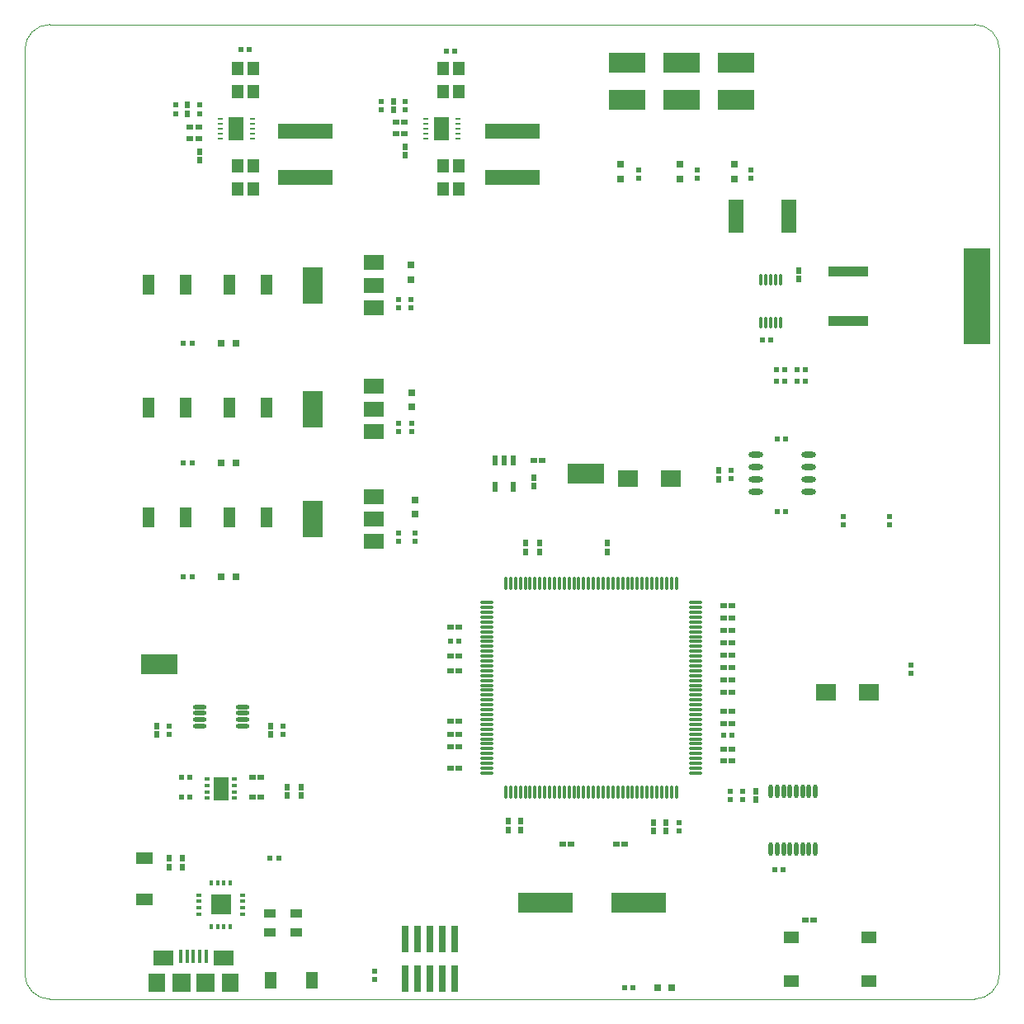
<source format=gtp>
G04 Layer_Color=8421504*
%FSLAX25Y25*%
%MOIN*%
G70*
G01*
G75*
%ADD11R,0.02165X0.02362*%
%ADD12O,0.05709X0.01181*%
%ADD13O,0.01181X0.05709*%
%ADD14R,0.03150X0.03150*%
%ADD15R,0.02362X0.02165*%
%ADD16R,0.02441X0.02598*%
%ADD17R,0.03150X0.03150*%
%ADD18R,0.02598X0.02441*%
%ADD19R,0.01968X0.01181*%
%ADD20R,0.01181X0.01968*%
%ADD21R,0.08268X0.08268*%
%ADD22R,0.05118X0.03543*%
%ADD23R,0.03000X0.11000*%
%ADD24R,0.05000X0.07165*%
%ADD25O,0.01772X0.05512*%
%ADD26R,0.04724X0.05315*%
%ADD27R,0.07874X0.14961*%
%ADD28R,0.07874X0.05905*%
%ADD29R,0.22441X0.06299*%
%ADD30R,0.02165X0.00984*%
%ADD31R,0.06299X0.09449*%
%ADD32R,0.02362X0.01181*%
%ADD33R,0.05866X0.09449*%
%ADD34R,0.14567X0.07874*%
%ADD35R,0.05000X0.08465*%
%ADD36R,0.08268X0.07087*%
%ADD37R,0.07165X0.05000*%
%ADD38R,0.06102X0.05118*%
%ADD39O,0.05512X0.01968*%
%ADD40O,0.01181X0.05315*%
%ADD41R,0.06299X0.13780*%
%ADD42R,0.10630X0.38583*%
%ADD43R,0.16339X0.04134*%
%ADD44R,0.02362X0.03937*%
%ADD45O,0.05905X0.02362*%
%ADD46R,0.22047X0.08268*%
%ADD47R,0.01575X0.05335*%
%ADD48R,0.01575X0.05315*%
%ADD49R,0.07087X0.07480*%
%ADD50R,0.07480X0.07480*%
%ADD51R,0.08268X0.06299*%
%ADD59C,0.00394*%
D11*
X477854Y823622D02*
D03*
Y826968D02*
D03*
X454232Y823622D02*
D03*
Y826968D02*
D03*
X362598Y721555D02*
D03*
Y724902D02*
D03*
X363779Y677067D02*
D03*
Y680413D02*
D03*
X362205Y771555D02*
D03*
Y774902D02*
D03*
X264567Y599114D02*
D03*
Y602461D02*
D03*
X347638Y500000D02*
D03*
Y503346D02*
D03*
X491142Y575984D02*
D03*
Y572638D02*
D03*
X496358Y575984D02*
D03*
Y572638D02*
D03*
X470472Y563484D02*
D03*
Y560138D02*
D03*
X267323Y853248D02*
D03*
Y849902D02*
D03*
X276772D02*
D03*
Y853248D02*
D03*
X350394Y854823D02*
D03*
Y851476D02*
D03*
X359842D02*
D03*
Y854823D02*
D03*
X564173Y623819D02*
D03*
Y627165D02*
D03*
X499508Y823622D02*
D03*
Y826968D02*
D03*
X357087Y680413D02*
D03*
Y677067D02*
D03*
Y724902D02*
D03*
Y721555D02*
D03*
Y774902D02*
D03*
Y771555D02*
D03*
X310630Y602461D02*
D03*
Y599114D02*
D03*
X491732Y702264D02*
D03*
Y705610D02*
D03*
X537008Y683760D02*
D03*
Y687106D02*
D03*
X555512Y683760D02*
D03*
Y687106D02*
D03*
D12*
X392776Y583445D02*
D03*
Y585413D02*
D03*
Y587382D02*
D03*
Y589350D02*
D03*
Y591319D02*
D03*
Y593287D02*
D03*
Y595256D02*
D03*
Y597224D02*
D03*
Y599193D02*
D03*
Y601161D02*
D03*
Y603130D02*
D03*
Y605098D02*
D03*
Y607067D02*
D03*
Y609035D02*
D03*
Y611004D02*
D03*
Y612972D02*
D03*
Y614941D02*
D03*
Y616909D02*
D03*
Y618878D02*
D03*
Y620847D02*
D03*
Y622815D02*
D03*
Y624783D02*
D03*
Y626752D02*
D03*
Y628721D02*
D03*
Y630689D02*
D03*
Y632657D02*
D03*
Y634626D02*
D03*
Y636594D02*
D03*
Y638563D02*
D03*
Y640531D02*
D03*
Y642500D02*
D03*
Y644468D02*
D03*
Y646437D02*
D03*
Y648406D02*
D03*
Y650374D02*
D03*
Y652343D02*
D03*
X477224D02*
D03*
Y650374D02*
D03*
Y648406D02*
D03*
Y646437D02*
D03*
Y644468D02*
D03*
Y642500D02*
D03*
Y640531D02*
D03*
Y638563D02*
D03*
Y636594D02*
D03*
Y634626D02*
D03*
Y632657D02*
D03*
Y630689D02*
D03*
Y628721D02*
D03*
Y626752D02*
D03*
Y624783D02*
D03*
Y622815D02*
D03*
Y620847D02*
D03*
Y618878D02*
D03*
Y616909D02*
D03*
Y614941D02*
D03*
Y612972D02*
D03*
Y611004D02*
D03*
Y609035D02*
D03*
Y607067D02*
D03*
Y605098D02*
D03*
Y603130D02*
D03*
Y601161D02*
D03*
Y599193D02*
D03*
Y597224D02*
D03*
Y595256D02*
D03*
Y593287D02*
D03*
Y591319D02*
D03*
Y589350D02*
D03*
Y587382D02*
D03*
Y585413D02*
D03*
Y583445D02*
D03*
D13*
X400551Y660118D02*
D03*
X402520D02*
D03*
X404488D02*
D03*
X406457D02*
D03*
X408425D02*
D03*
X410394D02*
D03*
X412362D02*
D03*
X414331D02*
D03*
X416299D02*
D03*
X418268D02*
D03*
X420236D02*
D03*
X422205D02*
D03*
X424173D02*
D03*
X426142D02*
D03*
X428110D02*
D03*
X430079D02*
D03*
X432047D02*
D03*
X434016D02*
D03*
X435984D02*
D03*
X437953D02*
D03*
X439921D02*
D03*
X441890D02*
D03*
X443858D02*
D03*
X445827D02*
D03*
X447795D02*
D03*
X449764D02*
D03*
X451732D02*
D03*
X453701D02*
D03*
X455669D02*
D03*
X457638D02*
D03*
X459606D02*
D03*
X461575D02*
D03*
X463543D02*
D03*
X465512D02*
D03*
X467480D02*
D03*
X469449D02*
D03*
Y575669D02*
D03*
X467480D02*
D03*
X465512D02*
D03*
X463543D02*
D03*
X461575D02*
D03*
X459606D02*
D03*
X457638D02*
D03*
X455669D02*
D03*
X453701D02*
D03*
X451732D02*
D03*
X449764D02*
D03*
X447795D02*
D03*
X445827D02*
D03*
X443858D02*
D03*
X441890D02*
D03*
X439921D02*
D03*
X437953D02*
D03*
X435984D02*
D03*
X434016D02*
D03*
X432047D02*
D03*
X430079D02*
D03*
X428110D02*
D03*
X426142D02*
D03*
X424173D02*
D03*
X422205D02*
D03*
X420236D02*
D03*
X418268D02*
D03*
X416299D02*
D03*
X414331D02*
D03*
X412362D02*
D03*
X410394D02*
D03*
X408425D02*
D03*
X406457D02*
D03*
X404488D02*
D03*
X402520D02*
D03*
X400551D02*
D03*
D14*
X492815Y829429D02*
D03*
Y823524D02*
D03*
X470768Y829429D02*
D03*
Y823524D02*
D03*
X446752Y829429D02*
D03*
Y823524D02*
D03*
X363779Y693898D02*
D03*
Y687992D02*
D03*
X362205Y788779D02*
D03*
Y782874D02*
D03*
X362598Y737205D02*
D03*
Y731299D02*
D03*
D15*
X448524Y496654D02*
D03*
X451870D02*
D03*
X510039Y741831D02*
D03*
X513386D02*
D03*
X521555D02*
D03*
X518209D02*
D03*
X510138Y718504D02*
D03*
X513484D02*
D03*
X488484Y598819D02*
D03*
X491831D02*
D03*
X381594Y636614D02*
D03*
X378248D02*
D03*
X269587Y581890D02*
D03*
X272933D02*
D03*
X308760Y548976D02*
D03*
X305413D02*
D03*
X509350Y544488D02*
D03*
X512697D02*
D03*
X296949Y875591D02*
D03*
X293602D02*
D03*
X380020Y875197D02*
D03*
X376673D02*
D03*
X269587Y573622D02*
D03*
X272933D02*
D03*
X273760Y662835D02*
D03*
X270413D02*
D03*
X273760Y708898D02*
D03*
X270413D02*
D03*
X273760Y756929D02*
D03*
X270413D02*
D03*
X513386Y746457D02*
D03*
X510039D02*
D03*
X518209D02*
D03*
X521555D02*
D03*
X507480Y758268D02*
D03*
X504134D02*
D03*
X510138Y688976D02*
D03*
X513484D02*
D03*
D16*
X401575Y563937D02*
D03*
Y560472D02*
D03*
X465354Y560079D02*
D03*
Y563543D02*
D03*
X501575Y576142D02*
D03*
Y572677D02*
D03*
X276772Y834410D02*
D03*
Y830945D02*
D03*
X272047Y853307D02*
D03*
Y849842D02*
D03*
X359842Y836378D02*
D03*
Y832913D02*
D03*
X355118Y854882D02*
D03*
Y851417D02*
D03*
X312402Y574350D02*
D03*
Y577815D02*
D03*
X317913D02*
D03*
Y574350D02*
D03*
X518898Y786378D02*
D03*
Y782913D02*
D03*
X406496Y560472D02*
D03*
Y563937D02*
D03*
X441732Y676260D02*
D03*
Y672795D02*
D03*
X414331Y676260D02*
D03*
Y672795D02*
D03*
X411909Y702716D02*
D03*
Y699252D02*
D03*
X264567Y545512D02*
D03*
Y548976D02*
D03*
X460236Y560079D02*
D03*
Y563543D02*
D03*
X408425Y676260D02*
D03*
Y672795D02*
D03*
X270079Y548976D02*
D03*
Y545512D02*
D03*
X305512Y599055D02*
D03*
Y602520D02*
D03*
X486614Y705669D02*
D03*
Y702205D02*
D03*
X259449Y599055D02*
D03*
Y602520D02*
D03*
D17*
X461811Y496752D02*
D03*
X467717D02*
D03*
X291575Y662835D02*
D03*
X285669D02*
D03*
X291575Y708898D02*
D03*
X285669D02*
D03*
X291575Y756929D02*
D03*
X285669D02*
D03*
D18*
X415413Y709842D02*
D03*
X411949D02*
D03*
X491988Y593012D02*
D03*
X488524D02*
D03*
X491890Y603543D02*
D03*
X488425D02*
D03*
X276535Y844488D02*
D03*
X273071D02*
D03*
X276535Y839764D02*
D03*
X273071D02*
D03*
X359606Y846457D02*
D03*
X356142D02*
D03*
X359606Y841732D02*
D03*
X356142D02*
D03*
X491890Y636089D02*
D03*
X488425D02*
D03*
X378189Y585433D02*
D03*
X381653D02*
D03*
X378189Y594095D02*
D03*
X381653D02*
D03*
X378189Y642520D02*
D03*
X381653D02*
D03*
X378189Y624803D02*
D03*
X381653D02*
D03*
X491890Y616142D02*
D03*
X488425D02*
D03*
X491890Y608268D02*
D03*
X488425D02*
D03*
X378189Y599213D02*
D03*
X381653D02*
D03*
X491890Y588386D02*
D03*
X488425D02*
D03*
X378189Y604331D02*
D03*
X381653D02*
D03*
X378189Y630709D02*
D03*
X381653D02*
D03*
X491890Y651181D02*
D03*
X488425D02*
D03*
X521496Y524016D02*
D03*
X524961D02*
D03*
X298268Y581890D02*
D03*
X301732D02*
D03*
X301732Y573622D02*
D03*
X298268D02*
D03*
X491890Y621129D02*
D03*
X488425D02*
D03*
X491890Y641076D02*
D03*
X488425D02*
D03*
X491890Y626116D02*
D03*
X488425D02*
D03*
X491890Y646063D02*
D03*
X488425D02*
D03*
X423465Y554724D02*
D03*
X426929D02*
D03*
X448583D02*
D03*
X445118D02*
D03*
X491890Y631102D02*
D03*
X488425D02*
D03*
D19*
X276575Y534154D02*
D03*
Y531595D02*
D03*
Y529035D02*
D03*
Y526476D02*
D03*
X294291D02*
D03*
Y529035D02*
D03*
Y531595D02*
D03*
Y534154D02*
D03*
D20*
X281594Y521457D02*
D03*
X284154D02*
D03*
X286713D02*
D03*
X289272D02*
D03*
Y539173D02*
D03*
X286713D02*
D03*
X284154D02*
D03*
X281594D02*
D03*
D21*
X285433Y530315D02*
D03*
D22*
X315748Y519095D02*
D03*
Y526575D02*
D03*
X305118Y519095D02*
D03*
Y526575D02*
D03*
D23*
X379961Y500394D02*
D03*
X374961D02*
D03*
X369961D02*
D03*
X364961D02*
D03*
X359961D02*
D03*
Y516378D02*
D03*
X364961D02*
D03*
X369961D02*
D03*
X374961D02*
D03*
X379961D02*
D03*
D24*
X322126Y499705D02*
D03*
X305433D02*
D03*
D25*
X507677Y552756D02*
D03*
X510236D02*
D03*
X512795D02*
D03*
X515354D02*
D03*
X517913D02*
D03*
X520472D02*
D03*
X523032D02*
D03*
X525591D02*
D03*
X507677Y575984D02*
D03*
X510236D02*
D03*
X512795D02*
D03*
X515354D02*
D03*
X517913D02*
D03*
X520472D02*
D03*
X523032D02*
D03*
X525591D02*
D03*
D26*
X375197Y868110D02*
D03*
X381496D02*
D03*
X292126Y868110D02*
D03*
X298425D02*
D03*
X292126Y858661D02*
D03*
X298425D02*
D03*
X292126Y828740D02*
D03*
X298425D02*
D03*
X292126Y819291D02*
D03*
X298425D02*
D03*
X375197Y858661D02*
D03*
X381496D02*
D03*
X375197Y828740D02*
D03*
X381496D02*
D03*
X375197Y819291D02*
D03*
X381496D02*
D03*
D27*
X322480Y686063D02*
D03*
Y730551D02*
D03*
Y780551D02*
D03*
D28*
X347284Y695118D02*
D03*
Y686063D02*
D03*
Y677008D02*
D03*
Y739606D02*
D03*
Y730551D02*
D03*
Y721496D02*
D03*
Y789606D02*
D03*
Y780551D02*
D03*
Y771496D02*
D03*
D29*
X319685Y842717D02*
D03*
Y824213D02*
D03*
X403150Y842717D02*
D03*
Y824213D02*
D03*
D30*
X285335Y847638D02*
D03*
Y845669D02*
D03*
Y843701D02*
D03*
Y841732D02*
D03*
Y839764D02*
D03*
X298130D02*
D03*
Y841732D02*
D03*
Y843701D02*
D03*
Y845669D02*
D03*
Y847638D02*
D03*
X381201D02*
D03*
Y845669D02*
D03*
Y843701D02*
D03*
Y841732D02*
D03*
Y839764D02*
D03*
X368406D02*
D03*
Y841732D02*
D03*
Y843701D02*
D03*
Y845669D02*
D03*
Y847638D02*
D03*
D31*
X291634Y843701D02*
D03*
X374705D02*
D03*
D32*
X279921Y581004D02*
D03*
Y578445D02*
D03*
Y575886D02*
D03*
Y573327D02*
D03*
X290945Y581004D02*
D03*
Y578445D02*
D03*
Y575886D02*
D03*
Y573327D02*
D03*
D33*
X285433Y577165D02*
D03*
D34*
X449713Y855512D02*
D03*
X471654D02*
D03*
X493701D02*
D03*
Y870366D02*
D03*
X471707D02*
D03*
X449713D02*
D03*
X433071Y704331D02*
D03*
X260630Y627559D02*
D03*
D35*
X271260Y780709D02*
D03*
X256299D02*
D03*
X288976Y686614D02*
D03*
X303937D02*
D03*
X288976Y731102D02*
D03*
X303937D02*
D03*
X288976Y780709D02*
D03*
X303937D02*
D03*
X271260Y686614D02*
D03*
X256299D02*
D03*
X271260Y731102D02*
D03*
X256299D02*
D03*
D36*
X529823Y616142D02*
D03*
X547146D02*
D03*
X450000Y702362D02*
D03*
X467323D02*
D03*
D37*
X254724Y548976D02*
D03*
Y532283D02*
D03*
D38*
X547146Y499409D02*
D03*
X515846D02*
D03*
X547146Y517126D02*
D03*
X515846D02*
D03*
D39*
X276772Y610138D02*
D03*
Y607579D02*
D03*
Y605020D02*
D03*
Y602461D02*
D03*
X294094Y610138D02*
D03*
Y607579D02*
D03*
Y605020D02*
D03*
Y602461D02*
D03*
D40*
X511417Y782776D02*
D03*
X509449D02*
D03*
X507480D02*
D03*
X505512D02*
D03*
X503543D02*
D03*
X511417Y765256D02*
D03*
X509449D02*
D03*
X507480D02*
D03*
X505512D02*
D03*
X503543D02*
D03*
D41*
X514961Y808268D02*
D03*
X493701D02*
D03*
D42*
X590945Y775984D02*
D03*
D43*
X538779Y765984D02*
D03*
Y785984D02*
D03*
D44*
X403740Y709646D02*
D03*
X400000D02*
D03*
X396260D02*
D03*
Y699016D02*
D03*
X403740D02*
D03*
D45*
X522835Y697224D02*
D03*
Y702224D02*
D03*
Y707224D02*
D03*
Y712224D02*
D03*
X501575Y697224D02*
D03*
Y702224D02*
D03*
Y707224D02*
D03*
Y712224D02*
D03*
D46*
X416732Y531102D02*
D03*
X454134D02*
D03*
D47*
X271850Y509350D02*
D03*
D48*
X274410D02*
D03*
X276969D02*
D03*
X279528D02*
D03*
X269291D02*
D03*
D49*
X289370Y498819D02*
D03*
X259449Y498819D02*
D03*
D50*
X279134D02*
D03*
X269685D02*
D03*
D51*
X286614Y508858D02*
D03*
X262205Y508858D02*
D03*
D59*
X600000Y875830D02*
G03*
X590003Y885827I-9997J0D01*
G01*
X589928Y492126D02*
G03*
X600000Y502198I0J10072D01*
G01*
X206299D02*
G03*
X216371Y492126I10072J0D01*
G01*
X216371Y885827D02*
G03*
X206299Y875755I0J-10072D01*
G01*
X218110Y885827D02*
X590003D01*
X600000Y874016D02*
Y875830D01*
Y502198D02*
Y874016D01*
X216371Y492126D02*
X589928D01*
X206299Y502198D02*
Y508268D01*
Y875755D01*
X216371Y885827D02*
X218110D01*
M02*

</source>
